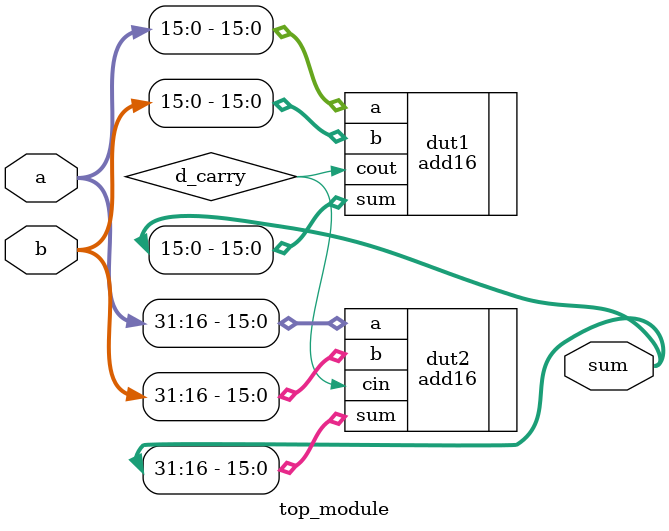
<source format=v>
module top_module(
    input [31:0] a,
    input [31:0] b,
    output [31:0] sum
);
    wire d_carry;
    add16 dut1(.a(a[15:0]), .b(b[15:0]), .sum(sum[15:0]), .cout(d_carry));
    add16 dut2(.a(a[31:16]), .b(b[31:16]), .sum(sum[31:16]), .cin(d_carry));
endmodule
</source>
